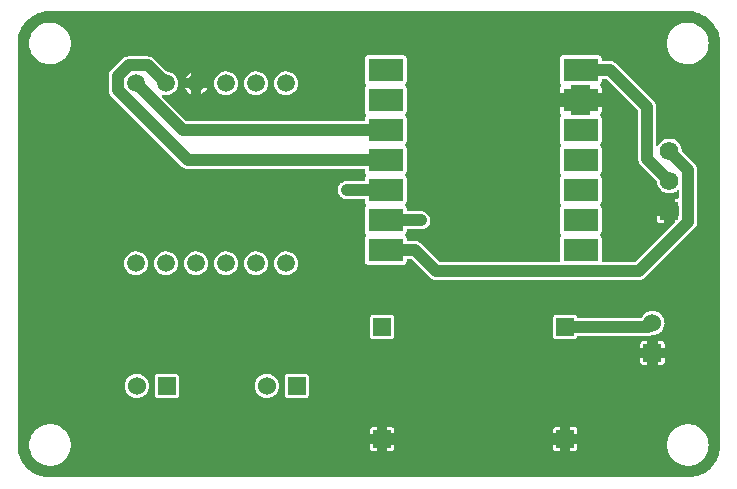
<source format=gtl>
G04 Layer: TopLayer*
G04 EasyEDA v6.5.47, 2024-09-12 19:46:18*
G04 ae21a48fe1bb43629e3a85d37cf1f8ca,0207d7639cbd4ff9ba197a67aa53e6ca,10*
G04 Gerber Generator version 0.2*
G04 Scale: 100 percent, Rotated: No, Reflected: No *
G04 Dimensions in millimeters *
G04 leading zeros omitted , absolute positions ,4 integer and 5 decimal *
%FSLAX45Y45*%
%MOMM*%

%ADD10C,1.0000*%
%ADD11R,3.0000X1.9820*%
%ADD12C,1.5748*%
%ADD13R,1.5748X1.5748*%
%ADD14R,1.5240X1.5240*%
%ADD15C,1.5240*%
%ADD16C,1.5000*%
%ADD17C,0.6100*%
%ADD18C,0.0163*%

%LPD*%
G36*
X300685Y-3974084D02*
G01*
X278079Y-3973169D01*
X256743Y-3970629D01*
X235610Y-3966362D01*
X214934Y-3960520D01*
X194767Y-3953052D01*
X175209Y-3944010D01*
X156464Y-3933444D01*
X138582Y-3921455D01*
X121716Y-3908145D01*
X105918Y-3893515D01*
X91338Y-3877665D01*
X78028Y-3860749D01*
X66141Y-3842867D01*
X55626Y-3824071D01*
X46634Y-3804513D01*
X39217Y-3784295D01*
X33426Y-3763568D01*
X29260Y-3742486D01*
X26771Y-3721100D01*
X25908Y-3699306D01*
X25908Y-300685D01*
X26822Y-278079D01*
X29362Y-256743D01*
X33629Y-235610D01*
X39471Y-214934D01*
X46939Y-194767D01*
X55981Y-175209D01*
X66548Y-156464D01*
X78536Y-138582D01*
X91846Y-121716D01*
X106476Y-105918D01*
X122326Y-91338D01*
X139242Y-78028D01*
X157124Y-66141D01*
X175920Y-55626D01*
X195478Y-46634D01*
X215696Y-39217D01*
X236423Y-33426D01*
X257505Y-29260D01*
X278892Y-26771D01*
X300685Y-25908D01*
X5699302Y-25908D01*
X5721908Y-26822D01*
X5743244Y-29362D01*
X5764377Y-33629D01*
X5785053Y-39471D01*
X5805220Y-46939D01*
X5824778Y-55981D01*
X5843524Y-66548D01*
X5861405Y-78536D01*
X5878271Y-91846D01*
X5894070Y-106476D01*
X5908649Y-122326D01*
X5921959Y-139242D01*
X5933846Y-157124D01*
X5944362Y-175920D01*
X5953353Y-195478D01*
X5960770Y-215696D01*
X5966561Y-236423D01*
X5970727Y-257505D01*
X5973216Y-278892D01*
X5974080Y-300685D01*
X5974080Y-3699306D01*
X5973165Y-3721912D01*
X5970625Y-3743248D01*
X5966358Y-3764381D01*
X5960516Y-3785057D01*
X5953048Y-3805224D01*
X5944006Y-3824782D01*
X5933440Y-3843528D01*
X5921451Y-3861409D01*
X5908141Y-3878275D01*
X5893511Y-3894074D01*
X5877661Y-3908653D01*
X5860745Y-3921963D01*
X5842863Y-3933850D01*
X5824067Y-3944365D01*
X5804509Y-3953357D01*
X5784291Y-3960774D01*
X5763564Y-3966565D01*
X5742482Y-3970731D01*
X5721096Y-3973220D01*
X5699302Y-3974084D01*
G37*

%LPC*%
G36*
X304546Y-3875836D02*
G01*
X322580Y-3874414D01*
X340410Y-3871163D01*
X357784Y-3866134D01*
X374548Y-3859276D01*
X390550Y-3850792D01*
X405587Y-3840683D01*
X419455Y-3829100D01*
X432104Y-3816096D01*
X443382Y-3801922D01*
X453085Y-3786632D01*
X461162Y-3770426D01*
X467563Y-3753459D01*
X472185Y-3735984D01*
X474980Y-3718102D01*
X475894Y-3700018D01*
X474980Y-3681882D01*
X472185Y-3664000D01*
X467563Y-3646525D01*
X461162Y-3629558D01*
X453085Y-3613353D01*
X443382Y-3598062D01*
X432104Y-3583889D01*
X419455Y-3570884D01*
X405587Y-3559301D01*
X390550Y-3549192D01*
X374548Y-3540709D01*
X357784Y-3533851D01*
X340410Y-3528822D01*
X322580Y-3525570D01*
X304546Y-3524148D01*
X286410Y-3524605D01*
X268478Y-3526942D01*
X250850Y-3531108D01*
X233730Y-3537051D01*
X217322Y-3544722D01*
X201828Y-3554069D01*
X187299Y-3564940D01*
X174040Y-3577234D01*
X162052Y-3590848D01*
X151587Y-3605580D01*
X142646Y-3621328D01*
X135432Y-3637940D01*
X129895Y-3655212D01*
X126187Y-3672941D01*
X124358Y-3690924D01*
X124358Y-3709060D01*
X126187Y-3727043D01*
X129895Y-3744772D01*
X135432Y-3762044D01*
X142646Y-3778656D01*
X151587Y-3794404D01*
X162052Y-3809136D01*
X174040Y-3822750D01*
X187299Y-3835044D01*
X201828Y-3845915D01*
X217322Y-3855262D01*
X233730Y-3862933D01*
X250850Y-3868877D01*
X268478Y-3873042D01*
X286410Y-3875379D01*
G37*
G36*
X5704535Y-3875836D02*
G01*
X5722569Y-3874414D01*
X5740400Y-3871163D01*
X5757773Y-3866134D01*
X5774537Y-3859276D01*
X5790539Y-3850792D01*
X5805576Y-3840683D01*
X5819444Y-3829100D01*
X5832094Y-3816096D01*
X5843371Y-3801922D01*
X5853074Y-3786632D01*
X5861151Y-3770426D01*
X5867552Y-3753459D01*
X5872175Y-3735984D01*
X5874969Y-3718102D01*
X5875883Y-3700018D01*
X5874969Y-3681882D01*
X5872175Y-3664000D01*
X5867552Y-3646525D01*
X5861151Y-3629558D01*
X5853074Y-3613353D01*
X5843371Y-3598062D01*
X5832094Y-3583889D01*
X5819444Y-3570884D01*
X5805576Y-3559301D01*
X5790539Y-3549192D01*
X5774537Y-3540709D01*
X5757773Y-3533851D01*
X5740400Y-3528822D01*
X5722569Y-3525570D01*
X5704535Y-3524148D01*
X5686399Y-3524605D01*
X5668467Y-3526942D01*
X5650839Y-3531108D01*
X5633720Y-3537051D01*
X5617311Y-3544722D01*
X5601817Y-3554069D01*
X5587288Y-3564940D01*
X5574030Y-3577234D01*
X5562041Y-3590848D01*
X5551576Y-3605580D01*
X5542635Y-3621328D01*
X5535422Y-3637940D01*
X5529884Y-3655212D01*
X5526176Y-3672941D01*
X5524347Y-3690924D01*
X5524347Y-3709060D01*
X5526176Y-3727043D01*
X5529884Y-3744772D01*
X5535422Y-3762044D01*
X5542635Y-3778656D01*
X5551576Y-3794404D01*
X5562041Y-3809136D01*
X5574030Y-3822750D01*
X5587288Y-3835044D01*
X5601817Y-3845915D01*
X5617311Y-3855262D01*
X5633720Y-3862933D01*
X5650839Y-3868877D01*
X5668467Y-3873042D01*
X5686399Y-3875379D01*
G37*
G36*
X3157016Y-3752138D02*
G01*
X3188157Y-3752138D01*
X3194507Y-3751427D01*
X3199942Y-3749548D01*
X3204870Y-3746449D01*
X3208934Y-3742385D01*
X3212033Y-3737457D01*
X3213912Y-3732022D01*
X3214624Y-3725672D01*
X3214624Y-3694480D01*
X3157016Y-3694480D01*
G37*
G36*
X4586935Y-3752138D02*
G01*
X4618075Y-3752138D01*
X4618075Y-3694480D01*
X4560417Y-3694480D01*
X4560417Y-3725672D01*
X4561128Y-3732022D01*
X4563059Y-3737457D01*
X4566158Y-3742385D01*
X4570222Y-3746449D01*
X4575149Y-3749548D01*
X4580585Y-3751427D01*
G37*
G36*
X3036925Y-3752138D02*
G01*
X3068116Y-3752138D01*
X3068116Y-3694480D01*
X3010408Y-3694480D01*
X3010408Y-3725672D01*
X3011170Y-3732022D01*
X3013049Y-3737457D01*
X3016148Y-3742385D01*
X3020212Y-3746449D01*
X3025140Y-3749548D01*
X3030575Y-3751427D01*
G37*
G36*
X4706975Y-3752138D02*
G01*
X4738166Y-3752138D01*
X4744516Y-3751427D01*
X4749952Y-3749548D01*
X4754829Y-3746449D01*
X4758944Y-3742385D01*
X4762042Y-3737457D01*
X4763922Y-3732022D01*
X4764633Y-3725672D01*
X4764633Y-3694480D01*
X4706975Y-3694480D01*
G37*
G36*
X3157016Y-3605580D02*
G01*
X3214624Y-3605580D01*
X3214624Y-3574440D01*
X3213912Y-3568090D01*
X3212033Y-3562654D01*
X3208934Y-3557727D01*
X3204870Y-3553663D01*
X3199942Y-3550564D01*
X3194507Y-3548634D01*
X3188157Y-3547922D01*
X3157016Y-3547922D01*
G37*
G36*
X4560417Y-3605580D02*
G01*
X4618075Y-3605580D01*
X4618075Y-3547922D01*
X4586935Y-3547922D01*
X4580585Y-3548634D01*
X4575149Y-3550564D01*
X4570222Y-3553663D01*
X4566158Y-3557727D01*
X4563059Y-3562654D01*
X4561128Y-3568090D01*
X4560417Y-3574440D01*
G37*
G36*
X3010408Y-3605580D02*
G01*
X3068116Y-3605580D01*
X3068116Y-3547922D01*
X3036925Y-3547922D01*
X3030575Y-3548634D01*
X3025140Y-3550564D01*
X3020212Y-3553663D01*
X3016148Y-3557727D01*
X3013049Y-3562654D01*
X3011170Y-3568090D01*
X3010408Y-3574440D01*
G37*
G36*
X4706975Y-3605580D02*
G01*
X4764633Y-3605580D01*
X4764633Y-3574440D01*
X4763922Y-3568090D01*
X4762042Y-3562654D01*
X4758944Y-3557727D01*
X4754829Y-3553663D01*
X4749952Y-3550564D01*
X4744516Y-3548634D01*
X4738166Y-3547922D01*
X4706975Y-3547922D01*
G37*
G36*
X1213916Y-3302254D02*
G01*
X1365199Y-3302254D01*
X1371498Y-3301542D01*
X1376984Y-3299612D01*
X1381861Y-3296564D01*
X1385976Y-3292449D01*
X1389024Y-3287572D01*
X1390954Y-3282086D01*
X1391666Y-3275787D01*
X1391666Y-3124504D01*
X1390954Y-3118205D01*
X1389024Y-3112719D01*
X1385976Y-3107842D01*
X1381861Y-3103727D01*
X1376984Y-3100679D01*
X1371498Y-3098749D01*
X1365199Y-3098038D01*
X1213916Y-3098038D01*
X1207617Y-3098749D01*
X1202131Y-3100679D01*
X1197254Y-3103727D01*
X1193139Y-3107842D01*
X1190091Y-3112719D01*
X1188161Y-3118205D01*
X1187450Y-3124504D01*
X1187450Y-3275787D01*
X1188161Y-3282086D01*
X1190091Y-3287572D01*
X1193139Y-3292449D01*
X1197254Y-3296564D01*
X1202131Y-3299612D01*
X1207617Y-3301542D01*
G37*
G36*
X2313990Y-3302254D02*
G01*
X2465273Y-3302254D01*
X2471572Y-3301542D01*
X2477058Y-3299612D01*
X2481935Y-3296564D01*
X2486050Y-3292449D01*
X2489098Y-3287572D01*
X2491028Y-3282086D01*
X2491740Y-3275787D01*
X2491740Y-3124504D01*
X2491028Y-3118205D01*
X2489098Y-3112719D01*
X2486050Y-3107842D01*
X2481935Y-3103727D01*
X2477058Y-3100679D01*
X2471572Y-3098749D01*
X2465273Y-3098038D01*
X2313990Y-3098038D01*
X2307691Y-3098749D01*
X2302205Y-3100679D01*
X2297328Y-3103727D01*
X2293213Y-3107842D01*
X2290165Y-3112719D01*
X2288235Y-3118205D01*
X2287524Y-3124504D01*
X2287524Y-3275787D01*
X2288235Y-3282086D01*
X2290165Y-3287572D01*
X2293213Y-3292449D01*
X2297328Y-3296564D01*
X2302205Y-3299612D01*
X2307691Y-3301542D01*
G37*
G36*
X1038961Y-3302152D02*
G01*
X1052525Y-3300831D01*
X1065784Y-3297631D01*
X1078534Y-3292754D01*
X1090472Y-3286201D01*
X1101445Y-3278124D01*
X1111250Y-3268624D01*
X1119733Y-3257905D01*
X1126693Y-3246170D01*
X1131976Y-3233623D01*
X1135583Y-3220466D01*
X1137412Y-3206953D01*
X1137412Y-3193338D01*
X1135583Y-3179826D01*
X1131976Y-3166668D01*
X1126693Y-3154121D01*
X1119733Y-3142386D01*
X1111250Y-3131667D01*
X1101445Y-3122168D01*
X1090472Y-3114090D01*
X1078534Y-3107537D01*
X1065784Y-3102660D01*
X1052525Y-3099460D01*
X1038961Y-3098139D01*
X1025347Y-3098596D01*
X1011885Y-3100832D01*
X998880Y-3104896D01*
X986485Y-3110636D01*
X975004Y-3117951D01*
X964590Y-3126740D01*
X955446Y-3136900D01*
X947724Y-3148126D01*
X941578Y-3160268D01*
X937107Y-3173171D01*
X934364Y-3186531D01*
X933450Y-3200146D01*
X934364Y-3213760D01*
X937107Y-3227120D01*
X941578Y-3240024D01*
X947724Y-3252165D01*
X955446Y-3263392D01*
X964590Y-3273552D01*
X975004Y-3282340D01*
X986485Y-3289655D01*
X998880Y-3295396D01*
X1011885Y-3299460D01*
X1025347Y-3301695D01*
G37*
G36*
X2139035Y-3302152D02*
G01*
X2152599Y-3300831D01*
X2165858Y-3297631D01*
X2178608Y-3292754D01*
X2190546Y-3286201D01*
X2201519Y-3278124D01*
X2211324Y-3268624D01*
X2219807Y-3257905D01*
X2226767Y-3246170D01*
X2232050Y-3233623D01*
X2235657Y-3220466D01*
X2237486Y-3206953D01*
X2237486Y-3193338D01*
X2235657Y-3179826D01*
X2232050Y-3166668D01*
X2226767Y-3154121D01*
X2219807Y-3142386D01*
X2211324Y-3131667D01*
X2201519Y-3122168D01*
X2190546Y-3114090D01*
X2178608Y-3107537D01*
X2165858Y-3102660D01*
X2152599Y-3099460D01*
X2139035Y-3098139D01*
X2125421Y-3098596D01*
X2111959Y-3100832D01*
X2098954Y-3104896D01*
X2086559Y-3110636D01*
X2075078Y-3117951D01*
X2064664Y-3126740D01*
X2055520Y-3136900D01*
X2047798Y-3148126D01*
X2041652Y-3160268D01*
X2037181Y-3173171D01*
X2034438Y-3186531D01*
X2033524Y-3200146D01*
X2034438Y-3213760D01*
X2037181Y-3227120D01*
X2041652Y-3240024D01*
X2047798Y-3252165D01*
X2055520Y-3263392D01*
X2064664Y-3273552D01*
X2075078Y-3282340D01*
X2086559Y-3289655D01*
X2098954Y-3295396D01*
X2111959Y-3299460D01*
X2125421Y-3301695D01*
G37*
G36*
X5325922Y-3022346D02*
G01*
X5357114Y-3022346D01*
X5357114Y-2964688D01*
X5299456Y-2964688D01*
X5299456Y-2995879D01*
X5300167Y-3002178D01*
X5302097Y-3007664D01*
X5305145Y-3012541D01*
X5309260Y-3016656D01*
X5314137Y-3019704D01*
X5319623Y-3021634D01*
G37*
G36*
X5446014Y-3022346D02*
G01*
X5477205Y-3022346D01*
X5483504Y-3021634D01*
X5488990Y-3019704D01*
X5493867Y-3016656D01*
X5497982Y-3012541D01*
X5501030Y-3007664D01*
X5502960Y-3002178D01*
X5503672Y-2995879D01*
X5503672Y-2964688D01*
X5446014Y-2964688D01*
G37*
G36*
X5446014Y-2875788D02*
G01*
X5503672Y-2875788D01*
X5503672Y-2844596D01*
X5502960Y-2838297D01*
X5501030Y-2832811D01*
X5497982Y-2827934D01*
X5493867Y-2823819D01*
X5488990Y-2820771D01*
X5483504Y-2818841D01*
X5477205Y-2818130D01*
X5446014Y-2818130D01*
G37*
G36*
X5299456Y-2875788D02*
G01*
X5357114Y-2875788D01*
X5357114Y-2818130D01*
X5325922Y-2818130D01*
X5319623Y-2818841D01*
X5314137Y-2820771D01*
X5309260Y-2823819D01*
X5305145Y-2827934D01*
X5302097Y-2832811D01*
X5300167Y-2838297D01*
X5299456Y-2844596D01*
G37*
G36*
X3036925Y-2802178D02*
G01*
X3188157Y-2802178D01*
X3194507Y-2801467D01*
X3199942Y-2799537D01*
X3204870Y-2796438D01*
X3208934Y-2792374D01*
X3212033Y-2787446D01*
X3213912Y-2782011D01*
X3214624Y-2775661D01*
X3214624Y-2624429D01*
X3213912Y-2618079D01*
X3212033Y-2612644D01*
X3208934Y-2607716D01*
X3204870Y-2603652D01*
X3199942Y-2600553D01*
X3194507Y-2598674D01*
X3188157Y-2597962D01*
X3036925Y-2597962D01*
X3030575Y-2598674D01*
X3025140Y-2600553D01*
X3020212Y-2603652D01*
X3016148Y-2607716D01*
X3013049Y-2612644D01*
X3011170Y-2618079D01*
X3010408Y-2624429D01*
X3010408Y-2775661D01*
X3011170Y-2782011D01*
X3013049Y-2787446D01*
X3016148Y-2792374D01*
X3020212Y-2796438D01*
X3025140Y-2799537D01*
X3030575Y-2801467D01*
G37*
G36*
X4586935Y-2802178D02*
G01*
X4738166Y-2802178D01*
X4744516Y-2801467D01*
X4749952Y-2799537D01*
X4754829Y-2796438D01*
X4758944Y-2792374D01*
X4762042Y-2787446D01*
X4763668Y-2782773D01*
X4765802Y-2779217D01*
X4769205Y-2776778D01*
X4773269Y-2775966D01*
X5370423Y-2775915D01*
X5379262Y-2775051D01*
X5381701Y-2774645D01*
X5390286Y-2772511D01*
X5392623Y-2771749D01*
X5399481Y-2768904D01*
X5403392Y-2768092D01*
X5408371Y-2768092D01*
X5421884Y-2766263D01*
X5435041Y-2762656D01*
X5447588Y-2757373D01*
X5459323Y-2750413D01*
X5470042Y-2741930D01*
X5479542Y-2732125D01*
X5487619Y-2721152D01*
X5494172Y-2709214D01*
X5499049Y-2696464D01*
X5502249Y-2683205D01*
X5503570Y-2669641D01*
X5503113Y-2656027D01*
X5500878Y-2642565D01*
X5496814Y-2629560D01*
X5491073Y-2617165D01*
X5483758Y-2605684D01*
X5474970Y-2595270D01*
X5464810Y-2586126D01*
X5453583Y-2578404D01*
X5441442Y-2572258D01*
X5428538Y-2567787D01*
X5415178Y-2565044D01*
X5401564Y-2564130D01*
X5387949Y-2565044D01*
X5374589Y-2567787D01*
X5361686Y-2572258D01*
X5349544Y-2578404D01*
X5338318Y-2586126D01*
X5328158Y-2595270D01*
X5319369Y-2605684D01*
X5309311Y-2621330D01*
X5306060Y-2623413D01*
X5302351Y-2624124D01*
X4773269Y-2624124D01*
X4769205Y-2623261D01*
X4765802Y-2620873D01*
X4763668Y-2617317D01*
X4762042Y-2612644D01*
X4758944Y-2607716D01*
X4754829Y-2603652D01*
X4749952Y-2600553D01*
X4744516Y-2598674D01*
X4738166Y-2597962D01*
X4586935Y-2597962D01*
X4580585Y-2598674D01*
X4575149Y-2600553D01*
X4570222Y-2603652D01*
X4566158Y-2607716D01*
X4563059Y-2612644D01*
X4561128Y-2618079D01*
X4560417Y-2624429D01*
X4560417Y-2775661D01*
X4561128Y-2782011D01*
X4563059Y-2787446D01*
X4566158Y-2792374D01*
X4570222Y-2796438D01*
X4575149Y-2799537D01*
X4580585Y-2801467D01*
G37*
G36*
X3569462Y-2301189D02*
G01*
X5292191Y-2301138D01*
X5301030Y-2300274D01*
X5303469Y-2299868D01*
X5312054Y-2297734D01*
X5314391Y-2296972D01*
X5322620Y-2293569D01*
X5324805Y-2292451D01*
X5332425Y-2287879D01*
X5334457Y-2286457D01*
X5341315Y-2280767D01*
X5759348Y-1862683D01*
X5765038Y-1855876D01*
X5766460Y-1853844D01*
X5771032Y-1846224D01*
X5772150Y-1844039D01*
X5775553Y-1835810D01*
X5776315Y-1833473D01*
X5778449Y-1824888D01*
X5778855Y-1822450D01*
X5779719Y-1813610D01*
X5779719Y-1366418D01*
X5778855Y-1357579D01*
X5778449Y-1355140D01*
X5776315Y-1346504D01*
X5775553Y-1344168D01*
X5772150Y-1335989D01*
X5771032Y-1333804D01*
X5766460Y-1326184D01*
X5765038Y-1324152D01*
X5759348Y-1317294D01*
X5651957Y-1209852D01*
X5649874Y-1206855D01*
X5649010Y-1203299D01*
X5648553Y-1196390D01*
X5645861Y-1182979D01*
X5641492Y-1170025D01*
X5635447Y-1157732D01*
X5627827Y-1146352D01*
X5618784Y-1136091D01*
X5608523Y-1127048D01*
X5597144Y-1119428D01*
X5584850Y-1113383D01*
X5571896Y-1109014D01*
X5558485Y-1106322D01*
X5544820Y-1105408D01*
X5531154Y-1106322D01*
X5517743Y-1109014D01*
X5504789Y-1113383D01*
X5492496Y-1119428D01*
X5481116Y-1127048D01*
X5470855Y-1136091D01*
X5461812Y-1146352D01*
X5454192Y-1157732D01*
X5452211Y-1161846D01*
X5449366Y-1165352D01*
X5445302Y-1167282D01*
X5440781Y-1167231D01*
X5436717Y-1165250D01*
X5433923Y-1161745D01*
X5432907Y-1157325D01*
X5432856Y-835253D01*
X5432044Y-826414D01*
X5431637Y-823976D01*
X5429504Y-815340D01*
X5428742Y-813003D01*
X5425338Y-804773D01*
X5424220Y-802589D01*
X5419598Y-794969D01*
X5412536Y-786130D01*
X5095951Y-469544D01*
X5089093Y-463854D01*
X5087061Y-462432D01*
X5079441Y-457860D01*
X5077256Y-456742D01*
X5069027Y-453339D01*
X5066690Y-452577D01*
X5058105Y-450443D01*
X5055666Y-450037D01*
X5046827Y-449173D01*
X4980178Y-449122D01*
X4976266Y-448360D01*
X4972964Y-446176D01*
X4970780Y-442874D01*
X4970018Y-438962D01*
X4970018Y-426516D01*
X4969256Y-420166D01*
X4967376Y-414731D01*
X4964277Y-409803D01*
X4960213Y-405739D01*
X4955286Y-402640D01*
X4949850Y-400761D01*
X4943500Y-400050D01*
X4644644Y-400050D01*
X4638344Y-400761D01*
X4632858Y-402640D01*
X4627981Y-405739D01*
X4623866Y-409803D01*
X4620818Y-414731D01*
X4618888Y-420166D01*
X4618177Y-426516D01*
X4618177Y-623570D01*
X4618888Y-629869D01*
X4620818Y-635355D01*
X4623866Y-640232D01*
X4628489Y-644855D01*
X4630674Y-648157D01*
X4631436Y-652018D01*
X4630674Y-655929D01*
X4628489Y-659231D01*
X4623866Y-663803D01*
X4620818Y-668731D01*
X4618888Y-674166D01*
X4618177Y-680516D01*
X4618177Y-723138D01*
X4712716Y-723138D01*
X4712716Y-660196D01*
X4713528Y-656336D01*
X4715713Y-653034D01*
X4719015Y-650798D01*
X4722876Y-650036D01*
X4865268Y-650036D01*
X4869180Y-650798D01*
X4872482Y-653034D01*
X4874666Y-656336D01*
X4875428Y-660196D01*
X4875428Y-723138D01*
X4970018Y-723138D01*
X4970018Y-680516D01*
X4969256Y-674166D01*
X4967376Y-668731D01*
X4964277Y-663803D01*
X4959705Y-659231D01*
X4957470Y-655929D01*
X4956708Y-652018D01*
X4957470Y-648157D01*
X4959705Y-644855D01*
X4964277Y-640232D01*
X4967376Y-635355D01*
X4969256Y-629869D01*
X4970018Y-623570D01*
X4970018Y-611124D01*
X4970780Y-607212D01*
X4972964Y-603910D01*
X4976266Y-601726D01*
X4980178Y-600964D01*
X5008524Y-600964D01*
X5012385Y-601726D01*
X5015687Y-603910D01*
X5278120Y-866343D01*
X5280355Y-869645D01*
X5281117Y-873556D01*
X5281168Y-1278890D01*
X5281980Y-1287729D01*
X5282387Y-1290167D01*
X5284520Y-1298803D01*
X5285282Y-1301140D01*
X5288686Y-1309370D01*
X5289804Y-1311554D01*
X5294426Y-1319174D01*
X5301488Y-1328013D01*
X5437682Y-1464259D01*
X5439765Y-1467256D01*
X5440629Y-1470761D01*
X5441086Y-1477721D01*
X5443778Y-1491132D01*
X5448147Y-1504086D01*
X5454192Y-1516380D01*
X5461812Y-1527759D01*
X5470855Y-1538020D01*
X5481116Y-1547063D01*
X5492496Y-1554683D01*
X5504789Y-1560728D01*
X5517743Y-1565097D01*
X5531154Y-1567789D01*
X5544820Y-1568704D01*
X5558485Y-1567789D01*
X5571896Y-1565097D01*
X5584850Y-1560728D01*
X5597144Y-1554683D01*
X5608523Y-1547063D01*
X5611063Y-1544828D01*
X5614416Y-1542846D01*
X5618226Y-1542288D01*
X5621985Y-1543202D01*
X5625134Y-1545437D01*
X5627217Y-1548638D01*
X5627928Y-1552448D01*
X5627928Y-1603248D01*
X5627166Y-1607159D01*
X5624982Y-1610410D01*
X5621680Y-1612646D01*
X5617768Y-1613408D01*
X5590540Y-1613408D01*
X5590540Y-1672336D01*
X5617768Y-1672336D01*
X5621680Y-1673098D01*
X5624982Y-1675333D01*
X5627166Y-1678584D01*
X5627928Y-1682496D01*
X5627928Y-1753616D01*
X5627166Y-1757527D01*
X5624982Y-1760778D01*
X5621680Y-1763014D01*
X5617768Y-1763775D01*
X5590540Y-1763775D01*
X5590540Y-1812696D01*
X5589778Y-1816557D01*
X5587542Y-1819859D01*
X5261051Y-2146401D01*
X5257749Y-2148586D01*
X5253888Y-2149348D01*
X4980178Y-2149348D01*
X4976266Y-2148586D01*
X4972964Y-2146401D01*
X4970780Y-2143099D01*
X4970018Y-2139188D01*
X4970018Y-1950516D01*
X4969256Y-1944166D01*
X4967376Y-1938731D01*
X4964277Y-1933803D01*
X4959705Y-1929231D01*
X4957470Y-1925929D01*
X4956708Y-1922018D01*
X4957470Y-1918157D01*
X4959705Y-1914855D01*
X4964277Y-1910232D01*
X4967376Y-1905355D01*
X4969256Y-1899869D01*
X4970018Y-1893570D01*
X4970018Y-1696516D01*
X4969256Y-1690166D01*
X4967376Y-1684731D01*
X4964277Y-1679803D01*
X4959705Y-1675231D01*
X4957470Y-1671929D01*
X4956708Y-1668018D01*
X4957470Y-1664157D01*
X4959705Y-1660855D01*
X4964277Y-1656232D01*
X4967376Y-1651355D01*
X4969256Y-1645869D01*
X4970018Y-1639570D01*
X4970018Y-1442516D01*
X4969256Y-1436166D01*
X4967376Y-1430731D01*
X4964277Y-1425803D01*
X4959705Y-1421231D01*
X4957470Y-1417929D01*
X4956708Y-1414018D01*
X4957470Y-1410157D01*
X4959705Y-1406855D01*
X4964277Y-1402232D01*
X4967376Y-1397355D01*
X4969256Y-1391869D01*
X4970018Y-1385570D01*
X4970018Y-1188516D01*
X4969256Y-1182166D01*
X4967376Y-1176731D01*
X4964277Y-1171803D01*
X4959705Y-1167231D01*
X4957470Y-1163929D01*
X4956708Y-1160018D01*
X4957470Y-1156157D01*
X4959705Y-1152855D01*
X4964277Y-1148232D01*
X4967376Y-1143355D01*
X4969256Y-1137869D01*
X4970018Y-1131570D01*
X4970018Y-934516D01*
X4969256Y-928166D01*
X4967376Y-922731D01*
X4964277Y-917803D01*
X4959705Y-913231D01*
X4957470Y-909929D01*
X4956708Y-906018D01*
X4957470Y-902157D01*
X4959705Y-898855D01*
X4964277Y-894232D01*
X4967376Y-889355D01*
X4969256Y-883869D01*
X4970018Y-877569D01*
X4970018Y-834948D01*
X4875428Y-834948D01*
X4875428Y-897890D01*
X4874666Y-901750D01*
X4872482Y-905052D01*
X4869180Y-907237D01*
X4865268Y-908050D01*
X4722876Y-908050D01*
X4719015Y-907237D01*
X4715713Y-905052D01*
X4713528Y-901750D01*
X4712716Y-897890D01*
X4712716Y-834948D01*
X4618177Y-834948D01*
X4618177Y-877569D01*
X4618888Y-883869D01*
X4620818Y-889355D01*
X4623866Y-894232D01*
X4628489Y-898855D01*
X4630674Y-902157D01*
X4631436Y-906018D01*
X4630674Y-909929D01*
X4628489Y-913231D01*
X4623866Y-917803D01*
X4620818Y-922731D01*
X4618888Y-928166D01*
X4618177Y-934516D01*
X4618177Y-1131570D01*
X4618888Y-1137869D01*
X4620818Y-1143355D01*
X4623866Y-1148232D01*
X4628489Y-1152855D01*
X4630674Y-1156157D01*
X4631436Y-1160018D01*
X4630674Y-1163929D01*
X4628489Y-1167231D01*
X4623866Y-1171803D01*
X4620818Y-1176731D01*
X4618888Y-1182166D01*
X4618177Y-1188516D01*
X4618177Y-1385570D01*
X4618888Y-1391869D01*
X4620818Y-1397355D01*
X4623866Y-1402232D01*
X4628489Y-1406855D01*
X4630674Y-1410157D01*
X4631436Y-1414018D01*
X4630674Y-1417929D01*
X4628489Y-1421231D01*
X4623866Y-1425803D01*
X4620818Y-1430731D01*
X4618888Y-1436166D01*
X4618177Y-1442516D01*
X4618177Y-1639570D01*
X4618888Y-1645869D01*
X4620818Y-1651355D01*
X4623866Y-1656232D01*
X4628489Y-1660855D01*
X4630674Y-1664157D01*
X4631436Y-1668018D01*
X4630674Y-1671929D01*
X4628489Y-1675231D01*
X4623866Y-1679803D01*
X4620818Y-1684731D01*
X4618888Y-1690166D01*
X4618177Y-1696516D01*
X4618177Y-1893570D01*
X4618888Y-1899869D01*
X4620818Y-1905355D01*
X4623866Y-1910232D01*
X4628489Y-1914855D01*
X4630674Y-1918157D01*
X4631436Y-1922018D01*
X4630674Y-1925929D01*
X4628489Y-1929231D01*
X4623866Y-1933803D01*
X4620818Y-1938731D01*
X4618888Y-1944166D01*
X4618177Y-1950516D01*
X4618177Y-2139188D01*
X4617415Y-2143099D01*
X4615180Y-2146401D01*
X4611928Y-2148586D01*
X4608017Y-2149348D01*
X3605022Y-2149348D01*
X3601161Y-2148586D01*
X3597859Y-2146401D01*
X3444951Y-1993544D01*
X3438093Y-1987854D01*
X3436061Y-1986432D01*
X3428441Y-1981860D01*
X3426256Y-1980742D01*
X3418027Y-1977339D01*
X3415690Y-1976577D01*
X3407105Y-1974443D01*
X3404666Y-1974037D01*
X3395827Y-1973173D01*
X3329127Y-1973122D01*
X3325266Y-1972360D01*
X3321964Y-1970176D01*
X3319729Y-1966874D01*
X3318967Y-1962962D01*
X3318967Y-1950516D01*
X3318256Y-1944166D01*
X3316376Y-1938731D01*
X3313277Y-1933803D01*
X3308654Y-1929231D01*
X3306470Y-1925929D01*
X3305708Y-1922018D01*
X3306470Y-1918157D01*
X3308654Y-1914855D01*
X3313277Y-1910232D01*
X3316325Y-1905355D01*
X3318256Y-1899869D01*
X3318967Y-1893570D01*
X3318967Y-1881124D01*
X3319729Y-1877212D01*
X3321913Y-1873910D01*
X3325215Y-1871725D01*
X3329127Y-1870964D01*
X3373272Y-1870964D01*
X3375761Y-1871268D01*
X3382619Y-1872996D01*
X3385007Y-1873402D01*
X3393846Y-1874215D01*
X3444240Y-1874266D01*
X3455924Y-1873402D01*
X3466998Y-1870862D01*
X3477564Y-1866747D01*
X3487369Y-1861057D01*
X3496208Y-1853996D01*
X3503929Y-1845665D01*
X3510330Y-1836318D01*
X3515258Y-1826107D01*
X3518611Y-1815236D01*
X3520287Y-1804060D01*
X3520287Y-1792681D01*
X3518611Y-1781505D01*
X3515258Y-1770634D01*
X3510330Y-1760423D01*
X3503929Y-1751075D01*
X3496208Y-1742744D01*
X3487369Y-1735683D01*
X3477564Y-1729993D01*
X3466998Y-1725879D01*
X3455924Y-1723339D01*
X3444240Y-1722475D01*
X3416401Y-1722475D01*
X3413861Y-1722170D01*
X3407054Y-1720392D01*
X3395827Y-1719173D01*
X3329127Y-1719122D01*
X3325215Y-1718360D01*
X3321913Y-1716176D01*
X3319729Y-1712874D01*
X3318967Y-1708962D01*
X3318967Y-1696516D01*
X3318256Y-1690166D01*
X3316325Y-1684731D01*
X3313277Y-1679803D01*
X3308654Y-1675231D01*
X3306470Y-1671929D01*
X3305657Y-1668018D01*
X3306470Y-1664157D01*
X3308654Y-1660855D01*
X3313277Y-1656232D01*
X3316325Y-1651355D01*
X3318256Y-1645869D01*
X3318967Y-1639570D01*
X3318967Y-1442516D01*
X3318256Y-1436166D01*
X3316325Y-1430731D01*
X3313277Y-1425803D01*
X3308654Y-1421231D01*
X3306470Y-1417929D01*
X3305657Y-1414018D01*
X3306470Y-1410157D01*
X3308654Y-1406855D01*
X3313277Y-1402232D01*
X3316325Y-1397355D01*
X3318256Y-1391869D01*
X3318967Y-1385570D01*
X3318967Y-1188516D01*
X3318256Y-1182166D01*
X3316325Y-1176731D01*
X3313277Y-1171803D01*
X3308654Y-1167231D01*
X3306470Y-1163929D01*
X3305657Y-1160018D01*
X3306470Y-1156157D01*
X3308654Y-1152855D01*
X3313277Y-1148232D01*
X3316325Y-1143355D01*
X3318256Y-1137869D01*
X3318967Y-1131570D01*
X3318967Y-934516D01*
X3318256Y-928166D01*
X3316325Y-922731D01*
X3313277Y-917803D01*
X3308654Y-913231D01*
X3306470Y-909929D01*
X3305657Y-906018D01*
X3306470Y-902157D01*
X3308654Y-898855D01*
X3313277Y-894232D01*
X3316325Y-889355D01*
X3318256Y-883869D01*
X3318967Y-877569D01*
X3318967Y-680516D01*
X3318256Y-674166D01*
X3316325Y-668731D01*
X3313277Y-663803D01*
X3308654Y-659231D01*
X3306470Y-655929D01*
X3305708Y-652068D01*
X3306470Y-648157D01*
X3308654Y-644855D01*
X3313277Y-640232D01*
X3316376Y-635355D01*
X3318256Y-629869D01*
X3319018Y-623570D01*
X3319018Y-426516D01*
X3318256Y-420166D01*
X3316376Y-414731D01*
X3313277Y-409803D01*
X3309213Y-405739D01*
X3304286Y-402640D01*
X3298850Y-400761D01*
X3292500Y-400050D01*
X2993644Y-400050D01*
X2987344Y-400761D01*
X2981858Y-402640D01*
X2976981Y-405739D01*
X2972866Y-409803D01*
X2969818Y-414731D01*
X2967888Y-420166D01*
X2967177Y-426516D01*
X2967177Y-623570D01*
X2967888Y-629869D01*
X2969818Y-635355D01*
X2972866Y-640232D01*
X2977489Y-644855D01*
X2979674Y-648157D01*
X2980436Y-652018D01*
X2979674Y-655929D01*
X2977489Y-659180D01*
X2972866Y-663803D01*
X2969768Y-668731D01*
X2967837Y-674166D01*
X2967126Y-680516D01*
X2967126Y-877569D01*
X2967837Y-883869D01*
X2969768Y-889355D01*
X2972866Y-894232D01*
X2977438Y-898855D01*
X2979674Y-902157D01*
X2980436Y-906018D01*
X2979674Y-909929D01*
X2977438Y-913231D01*
X2972866Y-917803D01*
X2969768Y-922731D01*
X2967837Y-928166D01*
X2967126Y-934516D01*
X2967126Y-946962D01*
X2966364Y-950874D01*
X2964180Y-954176D01*
X2960878Y-956360D01*
X2956966Y-957122D01*
X1458214Y-957122D01*
X1454302Y-956360D01*
X1451000Y-954176D01*
X1250442Y-753567D01*
X1248156Y-750011D01*
X1247495Y-745845D01*
X1248613Y-741730D01*
X1251305Y-738479D01*
X1255115Y-736549D01*
X1259332Y-736396D01*
X1271473Y-738428D01*
X1284935Y-738886D01*
X1298346Y-737514D01*
X1311452Y-734415D01*
X1324000Y-729589D01*
X1335836Y-723087D01*
X1346657Y-715111D01*
X1356360Y-705713D01*
X1364742Y-695147D01*
X1371600Y-683564D01*
X1376832Y-671169D01*
X1380388Y-658164D01*
X1382217Y-644804D01*
X1382217Y-631291D01*
X1380388Y-617982D01*
X1376832Y-604977D01*
X1371600Y-592531D01*
X1364742Y-580948D01*
X1356360Y-570382D01*
X1346657Y-561035D01*
X1335836Y-553008D01*
X1324000Y-546557D01*
X1311452Y-541680D01*
X1298346Y-538581D01*
X1292047Y-537921D01*
X1288694Y-537006D01*
X1285900Y-535025D01*
X1181303Y-430530D01*
X1174445Y-424840D01*
X1172464Y-423418D01*
X1164844Y-418846D01*
X1162659Y-417728D01*
X1154430Y-414324D01*
X1152093Y-413562D01*
X1143457Y-411429D01*
X1141018Y-411022D01*
X1132179Y-410159D01*
X963015Y-410159D01*
X954176Y-411022D01*
X951737Y-411429D01*
X943102Y-413562D01*
X940765Y-414324D01*
X932535Y-417728D01*
X930351Y-418846D01*
X922731Y-423418D01*
X920750Y-424840D01*
X913892Y-430530D01*
X816914Y-527507D01*
X811225Y-534365D01*
X809802Y-536346D01*
X805230Y-543966D01*
X804113Y-546150D01*
X800709Y-554380D01*
X799947Y-556717D01*
X797814Y-565353D01*
X797407Y-567791D01*
X796544Y-576630D01*
X796544Y-694994D01*
X797407Y-703834D01*
X797814Y-706272D01*
X799947Y-714908D01*
X800709Y-717245D01*
X804113Y-725474D01*
X805230Y-727659D01*
X809802Y-735279D01*
X811225Y-737260D01*
X816914Y-744118D01*
X1415338Y-1342542D01*
X1422196Y-1348232D01*
X1424178Y-1349654D01*
X1431798Y-1354226D01*
X1433982Y-1355344D01*
X1442212Y-1358747D01*
X1444548Y-1359509D01*
X1453184Y-1361643D01*
X1455623Y-1362049D01*
X1464462Y-1362913D01*
X2956966Y-1362964D01*
X2960878Y-1363726D01*
X2964180Y-1365910D01*
X2966364Y-1369212D01*
X2967126Y-1373124D01*
X2967126Y-1385570D01*
X2967837Y-1391869D01*
X2969768Y-1397355D01*
X2972866Y-1402232D01*
X2977438Y-1406855D01*
X2979674Y-1410157D01*
X2980436Y-1414018D01*
X2979674Y-1417929D01*
X2977438Y-1421231D01*
X2972866Y-1425803D01*
X2969768Y-1430731D01*
X2967837Y-1436166D01*
X2967126Y-1442516D01*
X2967126Y-1454962D01*
X2966364Y-1458874D01*
X2964180Y-1462176D01*
X2960878Y-1464360D01*
X2956966Y-1465122D01*
X2811780Y-1465122D01*
X2800096Y-1465986D01*
X2789021Y-1468526D01*
X2778455Y-1472692D01*
X2768650Y-1478330D01*
X2759811Y-1485392D01*
X2752090Y-1493723D01*
X2745689Y-1503121D01*
X2740761Y-1513332D01*
X2737408Y-1524152D01*
X2735732Y-1535379D01*
X2735732Y-1546707D01*
X2737408Y-1557934D01*
X2740761Y-1568754D01*
X2745689Y-1578965D01*
X2752090Y-1588363D01*
X2759811Y-1596644D01*
X2768650Y-1603756D01*
X2778455Y-1609394D01*
X2789021Y-1613560D01*
X2800096Y-1616049D01*
X2811780Y-1616964D01*
X2956966Y-1616964D01*
X2960878Y-1617726D01*
X2964180Y-1619910D01*
X2966364Y-1623212D01*
X2967126Y-1627124D01*
X2967126Y-1639570D01*
X2967837Y-1645869D01*
X2969768Y-1651355D01*
X2972866Y-1656232D01*
X2977438Y-1660855D01*
X2979674Y-1664157D01*
X2980436Y-1668018D01*
X2979674Y-1671929D01*
X2977438Y-1675231D01*
X2972866Y-1679803D01*
X2969768Y-1684731D01*
X2967837Y-1690166D01*
X2967126Y-1696516D01*
X2967126Y-1893570D01*
X2967837Y-1899869D01*
X2969768Y-1905355D01*
X2972866Y-1910232D01*
X2977438Y-1914855D01*
X2979674Y-1918157D01*
X2980436Y-1922068D01*
X2979674Y-1925929D01*
X2977438Y-1929231D01*
X2972866Y-1933803D01*
X2969768Y-1938731D01*
X2967888Y-1944166D01*
X2967177Y-1950516D01*
X2967177Y-2147570D01*
X2967888Y-2153869D01*
X2969768Y-2159355D01*
X2972866Y-2164232D01*
X2976981Y-2168347D01*
X2981858Y-2171395D01*
X2987344Y-2173325D01*
X2993644Y-2174036D01*
X3292500Y-2174036D01*
X3298799Y-2173325D01*
X3304286Y-2171395D01*
X3309162Y-2168347D01*
X3313277Y-2164232D01*
X3316376Y-2159355D01*
X3318256Y-2153869D01*
X3318967Y-2147570D01*
X3318967Y-2135124D01*
X3319729Y-2131212D01*
X3321964Y-2127910D01*
X3325266Y-2125726D01*
X3329127Y-2124964D01*
X3357524Y-2124964D01*
X3361385Y-2125726D01*
X3364687Y-2127910D01*
X3517595Y-2280767D01*
X3524453Y-2286457D01*
X3526485Y-2287879D01*
X3534105Y-2292451D01*
X3536289Y-2293569D01*
X3544519Y-2296972D01*
X3546856Y-2297734D01*
X3555441Y-2299868D01*
X3557879Y-2300274D01*
X3566718Y-2301138D01*
G37*
G36*
X1538935Y-2262886D02*
G01*
X1552346Y-2261514D01*
X1565452Y-2258415D01*
X1578000Y-2253589D01*
X1589836Y-2247087D01*
X1600657Y-2239111D01*
X1610360Y-2229713D01*
X1618742Y-2219147D01*
X1625600Y-2207564D01*
X1630832Y-2195169D01*
X1634388Y-2182164D01*
X1636217Y-2168804D01*
X1636217Y-2155291D01*
X1634388Y-2141982D01*
X1630832Y-2128977D01*
X1625600Y-2116531D01*
X1618742Y-2104948D01*
X1610360Y-2094382D01*
X1600657Y-2085035D01*
X1589836Y-2077008D01*
X1578000Y-2070557D01*
X1565452Y-2065680D01*
X1552346Y-2062581D01*
X1538935Y-2061210D01*
X1525473Y-2061667D01*
X1512163Y-2063902D01*
X1499311Y-2067915D01*
X1487068Y-2073605D01*
X1475689Y-2080818D01*
X1465427Y-2089556D01*
X1456385Y-2099513D01*
X1448765Y-2110638D01*
X1442669Y-2122678D01*
X1438249Y-2135378D01*
X1435557Y-2148586D01*
X1434642Y-2162048D01*
X1435557Y-2175510D01*
X1438249Y-2188718D01*
X1442669Y-2201418D01*
X1448765Y-2213457D01*
X1456385Y-2224582D01*
X1465427Y-2234590D01*
X1475689Y-2243277D01*
X1487068Y-2250541D01*
X1499311Y-2256180D01*
X1512163Y-2260193D01*
X1525473Y-2262428D01*
G37*
G36*
X1284935Y-2262886D02*
G01*
X1298346Y-2261514D01*
X1311452Y-2258415D01*
X1324000Y-2253589D01*
X1335836Y-2247087D01*
X1346657Y-2239111D01*
X1356360Y-2229713D01*
X1364742Y-2219147D01*
X1371600Y-2207564D01*
X1376832Y-2195169D01*
X1380388Y-2182164D01*
X1382217Y-2168804D01*
X1382217Y-2155291D01*
X1380388Y-2141982D01*
X1376832Y-2128977D01*
X1371600Y-2116531D01*
X1364742Y-2104948D01*
X1356360Y-2094382D01*
X1346657Y-2085035D01*
X1335836Y-2077008D01*
X1324000Y-2070557D01*
X1311452Y-2065680D01*
X1298346Y-2062581D01*
X1284935Y-2061210D01*
X1271473Y-2061667D01*
X1258163Y-2063902D01*
X1245311Y-2067915D01*
X1233068Y-2073605D01*
X1221689Y-2080818D01*
X1211427Y-2089556D01*
X1202385Y-2099513D01*
X1194765Y-2110638D01*
X1188669Y-2122678D01*
X1184249Y-2135378D01*
X1181557Y-2148586D01*
X1180642Y-2162048D01*
X1181557Y-2175510D01*
X1184249Y-2188718D01*
X1188669Y-2201418D01*
X1194765Y-2213457D01*
X1202385Y-2224582D01*
X1211427Y-2234590D01*
X1221689Y-2243277D01*
X1233068Y-2250541D01*
X1245311Y-2256180D01*
X1258163Y-2260193D01*
X1271473Y-2262428D01*
G37*
G36*
X1792935Y-2262886D02*
G01*
X1806346Y-2261514D01*
X1819452Y-2258415D01*
X1832000Y-2253589D01*
X1843836Y-2247087D01*
X1854657Y-2239111D01*
X1864360Y-2229713D01*
X1872742Y-2219147D01*
X1879600Y-2207564D01*
X1884832Y-2195169D01*
X1888388Y-2182164D01*
X1890217Y-2168804D01*
X1890217Y-2155291D01*
X1888388Y-2141982D01*
X1884832Y-2128977D01*
X1879600Y-2116531D01*
X1872742Y-2104948D01*
X1864360Y-2094382D01*
X1854657Y-2085035D01*
X1843836Y-2077008D01*
X1832000Y-2070557D01*
X1819452Y-2065680D01*
X1806346Y-2062581D01*
X1792935Y-2061210D01*
X1779473Y-2061667D01*
X1766163Y-2063902D01*
X1753311Y-2067915D01*
X1741068Y-2073605D01*
X1729689Y-2080818D01*
X1719427Y-2089556D01*
X1710385Y-2099513D01*
X1702765Y-2110638D01*
X1696669Y-2122678D01*
X1692249Y-2135378D01*
X1689557Y-2148586D01*
X1688642Y-2162048D01*
X1689557Y-2175510D01*
X1692249Y-2188718D01*
X1696669Y-2201418D01*
X1702765Y-2213457D01*
X1710385Y-2224582D01*
X1719427Y-2234590D01*
X1729689Y-2243277D01*
X1741068Y-2250541D01*
X1753311Y-2256180D01*
X1766163Y-2260193D01*
X1779473Y-2262428D01*
G37*
G36*
X1030935Y-2262886D02*
G01*
X1044346Y-2261514D01*
X1057452Y-2258415D01*
X1070000Y-2253589D01*
X1081836Y-2247087D01*
X1092657Y-2239111D01*
X1102360Y-2229713D01*
X1110742Y-2219147D01*
X1117600Y-2207564D01*
X1122832Y-2195169D01*
X1126388Y-2182164D01*
X1128217Y-2168804D01*
X1128217Y-2155291D01*
X1126388Y-2141982D01*
X1122832Y-2128977D01*
X1117600Y-2116531D01*
X1110742Y-2104948D01*
X1102360Y-2094382D01*
X1092657Y-2085035D01*
X1081836Y-2077008D01*
X1070000Y-2070557D01*
X1057452Y-2065680D01*
X1044346Y-2062581D01*
X1030935Y-2061210D01*
X1017473Y-2061667D01*
X1004163Y-2063902D01*
X991311Y-2067915D01*
X979068Y-2073605D01*
X967689Y-2080818D01*
X957427Y-2089556D01*
X948385Y-2099513D01*
X940765Y-2110638D01*
X934669Y-2122678D01*
X930249Y-2135378D01*
X927557Y-2148586D01*
X926642Y-2162048D01*
X927557Y-2175510D01*
X930249Y-2188718D01*
X934669Y-2201418D01*
X940765Y-2213457D01*
X948385Y-2224582D01*
X957427Y-2234590D01*
X967689Y-2243277D01*
X979068Y-2250541D01*
X991311Y-2256180D01*
X1004163Y-2260193D01*
X1017473Y-2262428D01*
G37*
G36*
X2046935Y-2262886D02*
G01*
X2060346Y-2261514D01*
X2073452Y-2258415D01*
X2086000Y-2253589D01*
X2097836Y-2247087D01*
X2108657Y-2239111D01*
X2118360Y-2229713D01*
X2126742Y-2219147D01*
X2133600Y-2207564D01*
X2138832Y-2195169D01*
X2142388Y-2182164D01*
X2144217Y-2168804D01*
X2144217Y-2155291D01*
X2142388Y-2141982D01*
X2138832Y-2128977D01*
X2133600Y-2116531D01*
X2126742Y-2104948D01*
X2118360Y-2094382D01*
X2108657Y-2085035D01*
X2097836Y-2077008D01*
X2086000Y-2070557D01*
X2073452Y-2065680D01*
X2060346Y-2062581D01*
X2046935Y-2061210D01*
X2033473Y-2061667D01*
X2020163Y-2063902D01*
X2007311Y-2067915D01*
X1995068Y-2073605D01*
X1983689Y-2080818D01*
X1973427Y-2089556D01*
X1964385Y-2099513D01*
X1956765Y-2110638D01*
X1950669Y-2122678D01*
X1946249Y-2135378D01*
X1943557Y-2148586D01*
X1942642Y-2162048D01*
X1943557Y-2175510D01*
X1946249Y-2188718D01*
X1950669Y-2201418D01*
X1956765Y-2213457D01*
X1964385Y-2224582D01*
X1973427Y-2234590D01*
X1983689Y-2243277D01*
X1995068Y-2250541D01*
X2007311Y-2256180D01*
X2020163Y-2260193D01*
X2033473Y-2262428D01*
G37*
G36*
X2300935Y-2262886D02*
G01*
X2314346Y-2261514D01*
X2327452Y-2258415D01*
X2340000Y-2253589D01*
X2351836Y-2247087D01*
X2362657Y-2239111D01*
X2372360Y-2229713D01*
X2380742Y-2219147D01*
X2387600Y-2207564D01*
X2392832Y-2195169D01*
X2396388Y-2182164D01*
X2398217Y-2168804D01*
X2398217Y-2155291D01*
X2396388Y-2141982D01*
X2392832Y-2128977D01*
X2387600Y-2116531D01*
X2380742Y-2104948D01*
X2372360Y-2094382D01*
X2362657Y-2085035D01*
X2351836Y-2077008D01*
X2340000Y-2070557D01*
X2327452Y-2065680D01*
X2314346Y-2062581D01*
X2300935Y-2061210D01*
X2287473Y-2061667D01*
X2274163Y-2063902D01*
X2261311Y-2067915D01*
X2249068Y-2073605D01*
X2237689Y-2080818D01*
X2227427Y-2089556D01*
X2218385Y-2099513D01*
X2210765Y-2110638D01*
X2204669Y-2122678D01*
X2200249Y-2135378D01*
X2197557Y-2148586D01*
X2196642Y-2162048D01*
X2197557Y-2175510D01*
X2200249Y-2188718D01*
X2204669Y-2201418D01*
X2210765Y-2213457D01*
X2218385Y-2224582D01*
X2227427Y-2234590D01*
X2237689Y-2243277D01*
X2249068Y-2250541D01*
X2261311Y-2256180D01*
X2274163Y-2260193D01*
X2287473Y-2262428D01*
G37*
G36*
X5466638Y-1822704D02*
G01*
X5499100Y-1822704D01*
X5499100Y-1763775D01*
X5440172Y-1763775D01*
X5440172Y-1796237D01*
X5440883Y-1802536D01*
X5442813Y-1808022D01*
X5445861Y-1812899D01*
X5449976Y-1817014D01*
X5454853Y-1820062D01*
X5460339Y-1821992D01*
G37*
G36*
X5440172Y-1672336D02*
G01*
X5499100Y-1672336D01*
X5499100Y-1613408D01*
X5466638Y-1613408D01*
X5460339Y-1614119D01*
X5454853Y-1616049D01*
X5449976Y-1619097D01*
X5445861Y-1623212D01*
X5442813Y-1628089D01*
X5440883Y-1633575D01*
X5440172Y-1639874D01*
G37*
G36*
X2300935Y-738886D02*
G01*
X2314346Y-737514D01*
X2327452Y-734415D01*
X2340000Y-729589D01*
X2351836Y-723087D01*
X2362657Y-715111D01*
X2372360Y-705713D01*
X2380742Y-695147D01*
X2387600Y-683564D01*
X2392832Y-671169D01*
X2396388Y-658164D01*
X2398217Y-644804D01*
X2398217Y-631291D01*
X2396388Y-617982D01*
X2392832Y-604977D01*
X2387600Y-592531D01*
X2380742Y-580948D01*
X2372360Y-570382D01*
X2362657Y-561035D01*
X2351836Y-553008D01*
X2340000Y-546557D01*
X2327452Y-541680D01*
X2314346Y-538581D01*
X2300935Y-537210D01*
X2287473Y-537667D01*
X2274163Y-539902D01*
X2261311Y-543915D01*
X2249068Y-549605D01*
X2237689Y-556818D01*
X2227427Y-565556D01*
X2218385Y-575513D01*
X2210765Y-586638D01*
X2204669Y-598678D01*
X2200249Y-611378D01*
X2197557Y-624586D01*
X2196642Y-638048D01*
X2197557Y-651510D01*
X2200249Y-664718D01*
X2204669Y-677418D01*
X2210765Y-689457D01*
X2218385Y-700582D01*
X2227427Y-710590D01*
X2237689Y-719277D01*
X2249068Y-726541D01*
X2261311Y-732180D01*
X2274163Y-736193D01*
X2287473Y-738428D01*
G37*
G36*
X2046935Y-738886D02*
G01*
X2060346Y-737514D01*
X2073452Y-734415D01*
X2086000Y-729589D01*
X2097836Y-723087D01*
X2108657Y-715111D01*
X2118360Y-705713D01*
X2126742Y-695147D01*
X2133600Y-683564D01*
X2138832Y-671169D01*
X2142388Y-658164D01*
X2144217Y-644804D01*
X2144217Y-631291D01*
X2142388Y-617982D01*
X2138832Y-604977D01*
X2133600Y-592531D01*
X2126742Y-580948D01*
X2118360Y-570382D01*
X2108657Y-561035D01*
X2097836Y-553008D01*
X2086000Y-546557D01*
X2073452Y-541680D01*
X2060346Y-538581D01*
X2046935Y-537210D01*
X2033473Y-537667D01*
X2020163Y-539902D01*
X2007311Y-543915D01*
X1995068Y-549605D01*
X1983689Y-556818D01*
X1973427Y-565556D01*
X1964385Y-575513D01*
X1956765Y-586638D01*
X1950669Y-598678D01*
X1946249Y-611378D01*
X1943557Y-624586D01*
X1942642Y-638048D01*
X1943557Y-651510D01*
X1946249Y-664718D01*
X1950669Y-677418D01*
X1956765Y-689457D01*
X1964385Y-700582D01*
X1973427Y-710590D01*
X1983689Y-719277D01*
X1995068Y-726541D01*
X2007311Y-732180D01*
X2020163Y-736193D01*
X2033473Y-738428D01*
G37*
G36*
X1792935Y-738835D02*
G01*
X1806346Y-737463D01*
X1819452Y-734364D01*
X1832051Y-729538D01*
X1843887Y-723036D01*
X1854707Y-715060D01*
X1864410Y-705662D01*
X1872742Y-695096D01*
X1879650Y-683514D01*
X1884883Y-671118D01*
X1888439Y-658114D01*
X1890268Y-644753D01*
X1890268Y-631291D01*
X1888439Y-617931D01*
X1884883Y-604926D01*
X1879650Y-592480D01*
X1872742Y-580898D01*
X1864410Y-570331D01*
X1854707Y-560984D01*
X1843887Y-552958D01*
X1832051Y-546506D01*
X1819452Y-541629D01*
X1806346Y-538530D01*
X1792935Y-537159D01*
X1779473Y-537616D01*
X1766214Y-539851D01*
X1753311Y-543864D01*
X1741119Y-549554D01*
X1729739Y-556768D01*
X1719478Y-565505D01*
X1710436Y-575462D01*
X1702765Y-586587D01*
X1696720Y-598627D01*
X1692300Y-611327D01*
X1689607Y-624535D01*
X1688693Y-637997D01*
X1689607Y-651459D01*
X1692300Y-664667D01*
X1696720Y-677367D01*
X1702765Y-689406D01*
X1710436Y-700532D01*
X1719478Y-710539D01*
X1729739Y-719226D01*
X1741119Y-726490D01*
X1753311Y-732129D01*
X1766214Y-736142D01*
X1779473Y-738378D01*
G37*
G36*
X1579422Y-728776D02*
G01*
X1589887Y-723036D01*
X1600708Y-715060D01*
X1610410Y-705662D01*
X1618742Y-695096D01*
X1625650Y-683514D01*
X1626311Y-681837D01*
X1579422Y-681837D01*
G37*
G36*
X1491742Y-728624D02*
G01*
X1491742Y-681837D01*
X1444955Y-681837D01*
X1448765Y-689406D01*
X1456436Y-700532D01*
X1465478Y-710539D01*
X1475740Y-719226D01*
X1487119Y-726490D01*
G37*
G36*
X1444955Y-594156D02*
G01*
X1491742Y-594156D01*
X1491742Y-547370D01*
X1487119Y-549554D01*
X1475740Y-556768D01*
X1465478Y-565505D01*
X1456436Y-575462D01*
X1448765Y-586587D01*
G37*
G36*
X1579422Y-594156D02*
G01*
X1626311Y-594156D01*
X1625650Y-592480D01*
X1618742Y-580898D01*
X1610410Y-570331D01*
X1600708Y-560984D01*
X1589887Y-552958D01*
X1579422Y-547268D01*
G37*
G36*
X304546Y-475843D02*
G01*
X322580Y-474421D01*
X340410Y-471170D01*
X357784Y-466140D01*
X374548Y-459282D01*
X390550Y-450799D01*
X405587Y-440690D01*
X419455Y-429107D01*
X432104Y-416102D01*
X443382Y-401929D01*
X453085Y-386638D01*
X461162Y-370433D01*
X467563Y-353466D01*
X472185Y-335991D01*
X474980Y-318109D01*
X475894Y-300024D01*
X474980Y-281889D01*
X472185Y-264007D01*
X467563Y-246532D01*
X461162Y-229565D01*
X453085Y-213360D01*
X443382Y-198069D01*
X432104Y-183896D01*
X419455Y-170891D01*
X405587Y-159308D01*
X390550Y-149199D01*
X374548Y-140716D01*
X357784Y-133858D01*
X340410Y-128828D01*
X322580Y-125577D01*
X304546Y-124155D01*
X286410Y-124612D01*
X268478Y-126949D01*
X250850Y-131114D01*
X233730Y-137058D01*
X217322Y-144729D01*
X201828Y-154076D01*
X187299Y-164947D01*
X174040Y-177241D01*
X162052Y-190855D01*
X151587Y-205587D01*
X142646Y-221335D01*
X135432Y-237947D01*
X129895Y-255219D01*
X126187Y-272948D01*
X124358Y-290931D01*
X124358Y-309067D01*
X126187Y-327050D01*
X129895Y-344779D01*
X135432Y-362051D01*
X142646Y-378663D01*
X151587Y-394411D01*
X162052Y-409143D01*
X174040Y-422757D01*
X187299Y-435051D01*
X201828Y-445922D01*
X217322Y-455269D01*
X233730Y-462940D01*
X250850Y-468884D01*
X268478Y-473049D01*
X286410Y-475386D01*
G37*
G36*
X5704535Y-475843D02*
G01*
X5722569Y-474421D01*
X5740400Y-471170D01*
X5757773Y-466140D01*
X5774537Y-459282D01*
X5790539Y-450799D01*
X5805576Y-440690D01*
X5819444Y-429107D01*
X5832094Y-416102D01*
X5843371Y-401929D01*
X5853074Y-386638D01*
X5861151Y-370433D01*
X5867552Y-353466D01*
X5872175Y-335991D01*
X5874969Y-318109D01*
X5875883Y-300024D01*
X5874969Y-281889D01*
X5872175Y-264007D01*
X5867552Y-246532D01*
X5861151Y-229565D01*
X5853074Y-213360D01*
X5843371Y-198069D01*
X5832094Y-183896D01*
X5819444Y-170891D01*
X5805576Y-159308D01*
X5790539Y-149199D01*
X5774537Y-140716D01*
X5757773Y-133858D01*
X5740400Y-128828D01*
X5722569Y-125577D01*
X5704535Y-124155D01*
X5686399Y-124612D01*
X5668467Y-126949D01*
X5650839Y-131114D01*
X5633720Y-137058D01*
X5617311Y-144729D01*
X5601817Y-154076D01*
X5587288Y-164947D01*
X5574030Y-177241D01*
X5562041Y-190855D01*
X5551576Y-205587D01*
X5542635Y-221335D01*
X5535422Y-237947D01*
X5529884Y-255219D01*
X5526176Y-272948D01*
X5524347Y-290931D01*
X5524347Y-309067D01*
X5526176Y-327050D01*
X5529884Y-344779D01*
X5535422Y-362051D01*
X5542635Y-378663D01*
X5551576Y-394411D01*
X5562041Y-409143D01*
X5574030Y-422757D01*
X5587288Y-435051D01*
X5601817Y-445922D01*
X5617311Y-455269D01*
X5633720Y-462940D01*
X5650839Y-468884D01*
X5668467Y-473049D01*
X5686399Y-475386D01*
G37*

%LPD*%
D10*
X3143072Y-1795038D02*
G01*
X3393160Y-1795038D01*
X3444620Y-1798370D02*
G01*
X3396493Y-1798370D01*
X3393158Y-1795035D01*
X2811399Y-1541038D02*
G01*
X3143072Y-1541038D01*
X4794097Y-779038D02*
G01*
X5044160Y-779038D01*
X5044160Y-779038D02*
G01*
X5044160Y-1217391D01*
X5544820Y-1718050D01*
X3112541Y-3650051D02*
G01*
X4662550Y-3650051D01*
X4662550Y-2700040D02*
G01*
X5367756Y-2700040D01*
X5401563Y-2666232D01*
X4794097Y-525038D02*
G01*
X5044160Y-525038D01*
X5044160Y-525038D02*
G01*
X5357012Y-837890D01*
X5357012Y-1276243D01*
X5544820Y-1464050D01*
X3143072Y-2049038D02*
G01*
X3393160Y-2049038D01*
X3393160Y-2049038D02*
G01*
X3569385Y-2225263D01*
X5289524Y-2225263D01*
X5703849Y-1810938D01*
X5703849Y-1369080D01*
X5544820Y-1210050D01*
X1027556Y-638042D02*
G01*
X1422552Y-1033038D01*
X3143072Y-1033038D01*
X3143072Y-1287038D02*
G01*
X1467104Y-1287038D01*
X872413Y-692348D01*
X872413Y-579267D01*
X965657Y-486023D01*
X1129537Y-486023D01*
X1281556Y-638042D01*
X1535684Y-638047D02*
G01*
X1869439Y-304292D01*
X3786631Y-304292D01*
X4261358Y-779018D01*
X4793995Y-779018D01*
D11*
G01*
X3143072Y-2049043D03*
G01*
X3143072Y-1795043D03*
G01*
X3143072Y-1541043D03*
G01*
X3143072Y-1287043D03*
G01*
X3143072Y-1033043D03*
G01*
X3143072Y-779043D03*
G01*
X3143097Y-525043D03*
G01*
X4794097Y-2049043D03*
G01*
X4794097Y-1795043D03*
G01*
X4794097Y-1541043D03*
G01*
X4794097Y-1287043D03*
G01*
X4794097Y-525043D03*
G01*
X4794097Y-779043D03*
G01*
X4794097Y-1033043D03*
D12*
G01*
X5544820Y-1210055D03*
G01*
X5544820Y-1464055D03*
D13*
G01*
X5544820Y-1718055D03*
D14*
G01*
X1289557Y-3200145D03*
D15*
G01*
X1035557Y-3200145D03*
D14*
G01*
X2389631Y-3200145D03*
D15*
G01*
X2135631Y-3200145D03*
D14*
G01*
X5401563Y-2920237D03*
D15*
G01*
X5401563Y-2666237D03*
D16*
G01*
X2297556Y-2162047D03*
G01*
X2043556Y-2162047D03*
G01*
X1789556Y-2162047D03*
G01*
X1535556Y-2162047D03*
G01*
X1281556Y-2162047D03*
G01*
X1027556Y-2162047D03*
G01*
X2297556Y-638047D03*
G01*
X2043556Y-638047D03*
G01*
X1789607Y-637997D03*
G01*
X1535607Y-637997D03*
G01*
X1281556Y-638047D03*
G01*
X1027556Y-638047D03*
D14*
G01*
X4662550Y-3650056D03*
G01*
X4662550Y-2700045D03*
G01*
X3112541Y-3650056D03*
G01*
X3112541Y-2700045D03*
D17*
G01*
X3444620Y-1798370D03*
G01*
X2811399Y-1541043D03*
M02*

</source>
